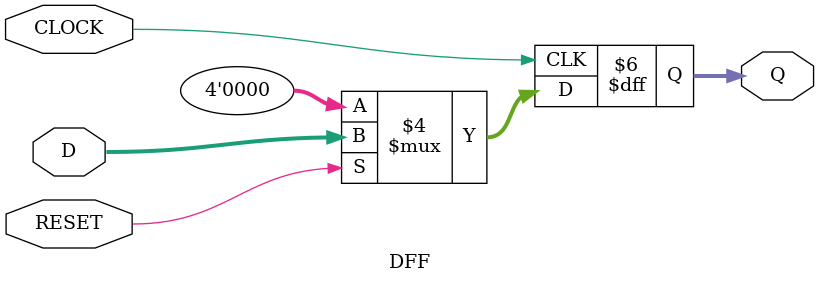
<source format=v>

module R4_butter ( 

`ifdef USE_POWER_PINS
    inout vccd1,	// User area 1 1.8V supply
    inout vssd1,	// User area 1 digital ground
`endif 

input [3:0] xr0,xi0, xr1,xi1, xr2,xi2, xr3,xi3,
output [3:0] Xro,Xio,
input c1,c2,c3,
input CLK, RST,
 output [7:0] la_oenb);

wire [3:0] m0,m1,m2,m3,s0,s1,s2,s3;
wire m4;
wire [3:0] Q1, Q2, Q3, Q4, Q5, Q6, Q7, Q8, Q9, Q10, Q11, Q12, Q13, Q14;

assign la_oenb = 8'b00000000;

addsub a0(.A(m0), .B(Q5), .ADD_SUB(c2), .SUM(s0)); 
addsub a1(.A(m2), .B(Q11), .ADD_SUB(c2), .SUM(s1)); 
addsub a2(.A(m1), .B(Q6), .ADD_SUB(c3), .SUM(s2)); 
addsub a3(.A(m3), .B(Q12), .ADD_SUB(c3), .SUM(s3)); 
addsub b0(.A(s0), .B(s1), .ADD_SUB(m4), .SUM(Q13)); 
addsub b1(.A(s3), .B(s2), .ADD_SUB(m4), .SUM(Q14)); 

mux2 mux0(.out(m0),.in0(Q1),.in1(Q2),.cont(c1)); 
mux2 mux1(.out(m1),.in0(Q3),.in1(Q4),.cont(c1)); 
mux2 mux2(.out(m2),.in0(Q7),.in1(Q8),.cont(c1)); 
mux2 mux3(.out(m3),.in0(Q9),.in1(Q10),.cont(c1)); 
XOR xor1(.Y(m4),.A(c2),.B(c3)); 

//FF at the inputs
DFF DFF1  (.Q(Q1), .D(xr0), .CLOCK(CLK), .RESET(RST)); //mux0(in0)
DFF DFF2  (.Q(Q2), .D(xi0), .CLOCK(CLK), .RESET(RST)); //mux0(in1)
DFF DFF3  (.Q(Q3), .D(xi0), .CLOCK(CLK), .RESET(RST)); //mux1(in0)
DFF DFF4  (.Q(Q4), .D(xr0), .CLOCK(CLK), .RESET(RST)); //mux1(in1)
DFF DFF5  (.Q(Q5), .D(xr1), .CLOCK(CLK), .RESET(RST)); //a0(B)
DFF DFF6  (.Q(Q6), .D(xi1), .CLOCK(CLK), .RESET(RST)); //a2(B)
DFF DFF7  (.Q(Q7), .D(xr2), .CLOCK(CLK), .RESET(RST)); //mux2(in0)
DFF DFF8  (.Q(Q8), .D(xi2), .CLOCK(CLK), .RESET(RST)); //mux2(in1)
DFF DFF9  (.Q(Q9), .D(xi2), .CLOCK(CLK), .RESET(RST)); //mux3(in0)
DFF DFF10 (.Q(Q10), .D(xr2), .CLOCK(CLK), .RESET(RST)); //mux3(in1)
DFF DFF11 (.Q(Q11), .D(xr3), .CLOCK(CLK), .RESET(RST)); //a1(B)
DFF DFF12 (.Q(Q12), .D(xi3), .CLOCK(CLK), .RESET(RST)); //a3(B)

//FF at the outputs
DFF DFF13  (.Q(Xro), .D(Q13), .CLOCK(CLK), .RESET(RST)); //b0(SUM)
DFF DFF14  (.Q(Xio), .D(Q14), .CLOCK(CLK), .RESET(RST)); //b1(SUM)

endmodule


module addsub(A, B, ADD_SUB, SUM);

   input [3:0] A;
   input [3:0] B;
   input ADD_SUB;
   output [3:0] SUM;
   wire c,d;
 
   assign c = A + B;
   assign d = A - B;
   assign SUM = ADD_SUB ? c : d;
   
   
endmodule
module XOR(Y, A, B);
  input A;
  input B;
  output Y;

  assign Y= A^B;
  
  endmodule
  
  
module mux2(out, in0, in1, cont);

  input [3:0] in0;
  input [3:0] in1;
  input cont;
  output [3:0] out;

  assign out = cont ? in1:in0;

endmodule

module DFF (
D   , // Data Input
CLOCK    , // Clock Input
RESET  , // Reset input
Q        // Q output
);

  input [3:0] D;
  input CLOCK, RESET;
  output [3:0] Q;
  reg [3:0] Q;

  always @(posedge CLOCK)
    if (~RESET) begin
  Q <= 4'b0000;
end  else begin
  Q <= D;
end

endmodule
</source>
